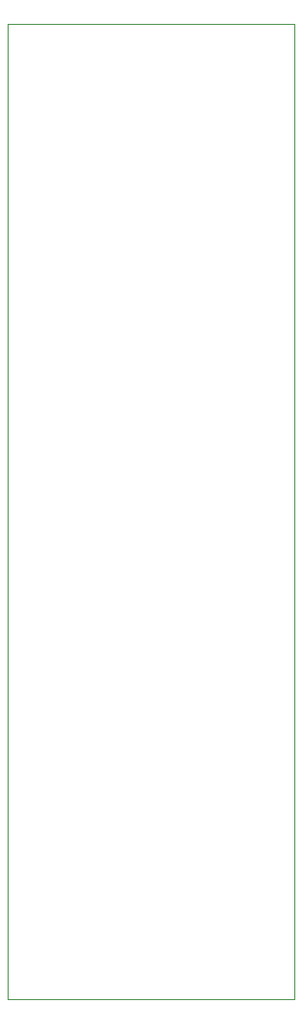
<source format=gm1>
G04 #@! TF.GenerationSoftware,KiCad,Pcbnew,9.0.6*
G04 #@! TF.CreationDate,2026-01-05T15:48:12-06:00*
G04 #@! TF.ProjectId,QFN-64_9x9_P0.5,51464e2d-3634-45f3-9978-395f50302e35,rev?*
G04 #@! TF.SameCoordinates,Original*
G04 #@! TF.FileFunction,Profile,NP*
%FSLAX46Y46*%
G04 Gerber Fmt 4.6, Leading zero omitted, Abs format (unit mm)*
G04 Created by KiCad (PCBNEW 9.0.6) date 2026-01-05 15:48:12*
%MOMM*%
%LPD*%
G01*
G04 APERTURE LIST*
G04 #@! TA.AperFunction,Profile*
%ADD10C,0.050000*%
G04 #@! TD*
G04 APERTURE END LIST*
D10*
X108712000Y-78566230D02*
X134112000Y-78566230D01*
X134112000Y-164926230D01*
X108712000Y-164926230D01*
X108712000Y-78566230D01*
M02*

</source>
